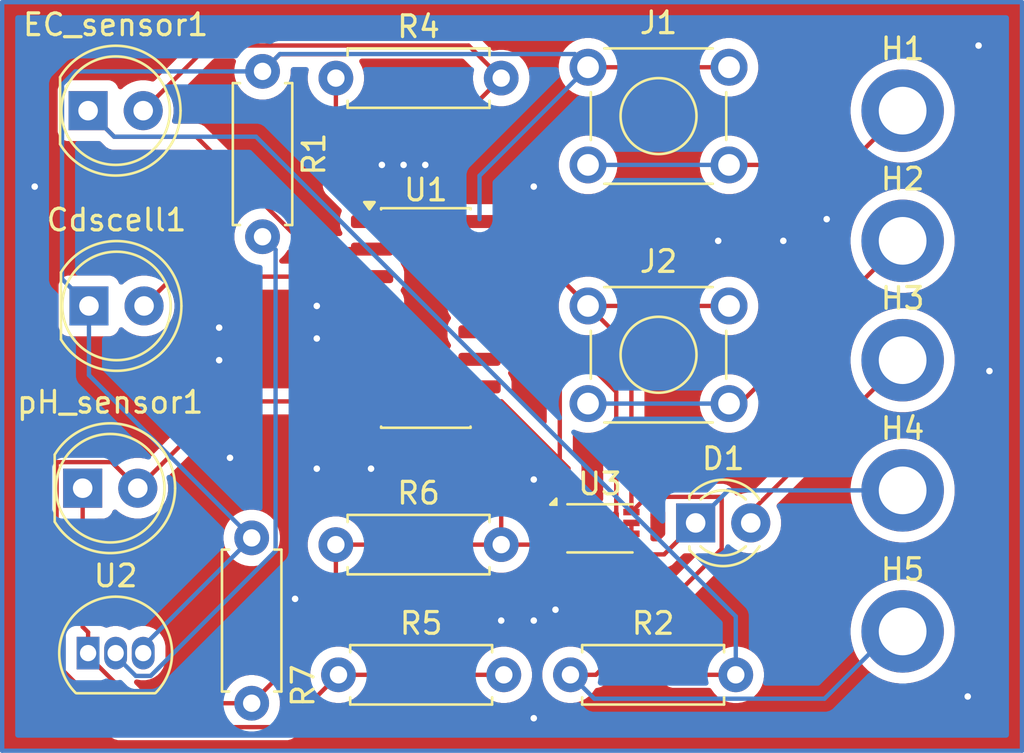
<source format=kicad_pcb>
(kicad_pcb (version 20241229) (generator "pcbnew") (generator_version "9.0")
  (layers (0 "F.Cu" signal) (2 "B.Cu" signal) (13 "F.Paste" user) (15 "B.Paste" user) (5 "F.SilkS" user "F.Silkscreen") (7 "B.SilkS" user "B.Silkscreen") (1 "F.Mask" user) (3 "B.Mask" user) (25 "Edge.Cuts" user))
  (net 0 "")
  (net 1 "Net-(U1-CH2)")
  (net 2 "Net-(J1-Pin_1)")
  (net 3 "Net-(D1-K)")
  (net 4 "Net-(D1-A)")
  (net 5 "Net-(U1-CH1)")
  (net 6 "Net-(J1-Pin_2)")
  (net 7 "Net-(J2-Pin_2)")
  (net 8 "Net-(U1-CH0)")
  (net 9 "Net-(U2-DQ)")
  (net 12 "CLK")
  (net 13 "MOSI")
  (net 14 "CE0")
  (net 18 "MISO")
  (footprint "MountingHole:MountingHole_2.2mm_M2_DIN965_Pad" (layer "F.Cu") (at 184.5 35.5)
    (property "Reference" "H1" (at 0 -2.85 0) (layer "F.SilkS"))
    (property "Value" "gpio21")
    (pad "1" thru_hole circle (at 0 0) (size 3.8 3.8) (drill 2.2) (layers "*.Cu" "*.Mask") (net 6 "Net-(J1-Pin_2)"))
  )
  (footprint "MountingHole:MountingHole_2.2mm_M2_DIN965_Pad" (layer "F.Cu") (at 184.5 41.5)
    (property "Reference" "H2" (at 0 -2.85 0) (layer "F.SilkS"))
    (property "Value" "gpio20")
    (pad "1" thru_hole circle (at 0 0) (size 3.8 3.8) (drill 2.2) (layers "*.Cu" "*.Mask") (net 7 "Net-(J2-Pin_2)"))
  )
  (footprint "Package_SO:SOIC-16_3.9x9.9mm_P1.27mm" (layer "F.Cu") (at 162.525 45.055)
    (property "Reference" "U1" (at 0 -5.9 0) (layer "F.SilkS"))
    (property "Value" "MCP3208")
    (fp_line (start -2.06 -5.06) (end 2.06 -5.06) (stroke (width 0.12)) (layer "F.SilkS"))
    (fp_line (start -2.06 -5.005) (end -2.06 -5.06) (stroke (width 0.12)) (layer "F.SilkS"))
    (fp_line (start -2.06 5.06) (end -2.06 5.005) (stroke (width 0.12)) (layer "F.SilkS"))
    (fp_line (start 2.06 -5.06) (end 2.06 -5.005) (stroke (width 0.12)) (layer "F.SilkS"))
    (fp_line (start 2.06 5.005) (end 2.06 5.06) (stroke (width 0.12)) (layer "F.SilkS"))
    (fp_line (start 2.06 5.06) (end -2.06 5.06) (stroke (width 0.12)) (layer "F.SilkS"))
    (fp_poly (pts (xy -2.6 -5.01) (xy -2.84 -5.34) (xy -2.36 -5.34)) (stroke (width 0.12)) (fill yes) (layer "F.SilkS"))
    (pad "1" smd roundrect (at -2.475 -4.445) (size 1.95 0.6) (layers "F.Cu" "F.Mask" "F.Paste") (net 8 "Net-(U1-CH0)"))
    (pad "2" smd roundrect (at -2.475 -3.175) (size 1.95 0.6) (layers "F.Cu" "F.Mask" "F.Paste") (net 5 "Net-(U1-CH1)"))
    (pad "3" smd roundrect (at -2.475 -1.905) (size 1.95 0.6) (layers "F.Cu" "F.Mask" "F.Paste") (net 1 "Net-(U1-CH2)"))
    (pad "4" smd roundrect (at -2.475 -0.635) (size 1.95 0.6) (layers "F.Cu" "F.Mask" "F.Paste"))
    (pad "5" smd roundrect (at -2.475 0.635) (size 1.95 0.6) (layers "F.Cu" "F.Mask" "F.Paste"))
    (pad "6" smd roundrect (at -2.475 1.905) (size 1.95 0.6) (layers "F.Cu" "F.Mask" "F.Paste"))
    (pad "7" smd roundrect (at -2.475 3.175) (size 1.95 0.6) (layers "F.Cu" "F.Mask" "F.Paste"))
    (pad "8" smd roundrect (at -2.475 4.445) (size 1.95 0.6) (layers "F.Cu" "F.Mask" "F.Paste"))
    (pad "9" smd roundrect (at 2.475 4.445) (size 1.95 0.6) (layers "F.Cu" "F.Mask" "F.Paste") (net 3 "Net-(D1-K)"))
    (pad "10" smd roundrect (at 2.475 3.175) (size 1.95 0.6) (layers "F.Cu" "F.Mask" "F.Paste") (net 14 "CE0"))
    (pad "11" smd roundrect (at 2.475 1.905) (size 1.95 0.6) (layers "F.Cu" "F.Mask" "F.Paste") (net 13 "MOSI"))
    (pad "12" smd roundrect (at 2.475 0.635) (size 1.95 0.6) (layers "F.Cu" "F.Mask" "F.Paste") (net 18 "MISO"))
    (pad "13" smd roundrect (at 2.475 -0.635) (size 1.95 0.6) (layers "F.Cu" "F.Mask" "F.Paste") (net 12 "CLK"))
    (pad "14" smd roundrect (at 2.475 -1.905) (size 1.95 0.6) (layers "F.Cu" "F.Mask" "F.Paste") (net 3 "Net-(D1-K)"))
    (pad "15" smd roundrect (at 2.475 -3.175) (size 1.95 0.6) (layers "F.Cu" "F.Mask" "F.Paste") (net 2 "Net-(J1-Pin_1)"))
    (pad "16" smd roundrect (at 2.475 -4.445) (size 1.95 0.6) (layers "F.Cu" "F.Mask" "F.Paste") (net 2 "Net-(J1-Pin_1)"))
  )
  (footprint "Button_Switch_THT:SW_TH_Tactile_Omron_B3F-107x" (layer "F.Cu") (at 170 33.5)
    (property "Reference" "J1" (at 3.25 -2.05 0) (layer "F.SilkS"))
    (property "Value" "Conn_02x01")
    (fp_line (start 0.13 3.35) (end 0.13 1.15) (stroke (width 0.12)) (layer "F.SilkS"))
    (fp_line (start 0.75 -0.87) (end 5.75 -0.87) (stroke (width 0.12)) (layer "F.SilkS"))
    (fp_line (start 0.75 5.37) (end 5.75 5.37) (stroke (width 0.12)) (layer "F.SilkS"))
    (fp_line (start 6.37 1.15) (end 6.37 3.35) (stroke (width 0.12)) (layer "F.SilkS"))
    (fp_circle (center 3.25 2.25) (end 5 2.25) (stroke (width 0.12)) (fill no) (layer "F.SilkS"))
    (pad "1" thru_hole circle (at 0 0) (size 1.7 1.7) (drill 1) (layers "*.Cu" "*.Mask") (net 2 "Net-(J1-Pin_1)"))
    (pad "1" thru_hole circle (at 6.5 0) (size 1.7 1.7) (drill 1) (layers "*.Cu" "*.Mask") (net 2 "Net-(J1-Pin_1)"))
    (pad "2" thru_hole circle (at 0 4.5) (size 1.7 1.7) (drill 1) (layers "*.Cu" "*.Mask") (net 6 "Net-(J1-Pin_2)"))
    (pad "2" thru_hole circle (at 6.5 4.5) (size 1.7 1.7) (drill 1) (layers "*.Cu" "*.Mask") (net 6 "Net-(J1-Pin_2)"))
  )
  (footprint "Package_TO_SOT_THT:TO-92_Inline" (layer "F.Cu") (at 146.96 60.5)
    (property "Reference" "U2" (at 1.27 -3.56 0) (layer "F.SilkS"))
    (property "Value" "DS18B20")
    (fp_line (start -0.53 1.85) (end 3.07 1.85) (stroke (width 0.12)) (layer "F.SilkS"))
    (fp_arc (start -0.568478 1.838478) (mid -1.132087 -0.994977) (end 1.27 -2.6) (stroke (width 0.12)) (layer "F.SilkS"))
    (fp_arc (start 1.27 -2.6) (mid 3.672087 -0.994977) (end 3.108478 1.838478) (stroke (width 0.12)) (layer "F.SilkS"))
    (pad "1" thru_hole rect (at 0 0) (size 1.05 1.5) (drill 0.75) (layers "*.Cu" "*.Mask") (net 3 "Net-(D1-K)"))
    (pad "2" thru_hole oval (at 1.27 0) (size 1.05 1.5) (drill 0.75) (layers "*.Cu" "*.Mask") (net 9 "Net-(U2-DQ)"))
    (pad "3" thru_hole oval (at 2.54 0) (size 1.05 1.5) (drill 0.75) (layers "*.Cu" "*.Mask") (net 2 "Net-(J1-Pin_1)"))
  )
  (footprint "Resistor_THT:R_Axial_DIN0207_L6.3mm_D2.5mm_P7.62mm_Horizontal" (layer "F.Cu") (at 154.5 55.19 -90)
    (property "Reference" "R7" (at 6.81 -2.37 90) (layer "F.SilkS"))
    (property "Value" "10k")
    (fp_line (start 0.54 1.37) (end 7.08 1.37) (stroke (width 0.12)) (layer "F.SilkS"))
    (fp_line (start 7.08 1.37) (end 7.08 1.04) (stroke (width 0.12)) (layer "F.SilkS"))
    (fp_line (start 0.54 1.04) (end 0.54 1.37) (stroke (width 0.12)) (layer "F.SilkS"))
    (fp_line (start 0.54 -1.04) (end 0.54 -1.37) (stroke (width 0.12)) (layer "F.SilkS"))
    (fp_line (start 0.54 -1.37) (end 7.08 -1.37) (stroke (width 0.12)) (layer "F.SilkS"))
    (fp_line (start 7.08 -1.37) (end 7.08 -1.04) (stroke (width 0.12)) (layer "F.SilkS"))
    (pad "1" thru_hole circle (at 0 0 270) (size 1.6 1.6) (drill 0.8) (layers "*.Cu" "*.Mask") (net 2 "Net-(J1-Pin_1)"))
    (pad "2" thru_hole circle (at 7.62 0 270) (size 1.6 1.6) (drill 0.8) (layers "*.Cu" "*.Mask") (net 3 "Net-(D1-K)"))
  )
  (footprint "Resistor_THT:R_Axial_DIN0207_L6.3mm_D2.5mm_P7.62mm_Horizontal" (layer "F.Cu") (at 158.5 61.5)
    (property "Reference" "R5" (at 3.81 -2.37 0) (layer "F.SilkS"))
    (property "Value" "1M")
    (fp_line (start 0.54 -1.37) (end 7.08 -1.37) (stroke (width 0.12)) (layer "F.SilkS"))
    (fp_line (start 0.54 -1.04) (end 0.54 -1.37) (stroke (width 0.12)) (layer "F.SilkS"))
    (fp_line (start 0.54 1.04) (end 0.54 1.37) (stroke (width 0.12)) (layer "F.SilkS"))
    (fp_line (start 0.54 1.37) (end 7.08 1.37) (stroke (width 0.12)) (layer "F.SilkS"))
    (fp_line (start 7.08 -1.37) (end 7.08 -1.04) (stroke (width 0.12)) (layer "F.SilkS"))
    (fp_line (start 7.08 1.37) (end 7.08 1.04) (stroke (width 0.12)) (layer "F.SilkS"))
    (pad "1" thru_hole circle (at 0 0) (size 1.6 1.6) (drill 0.8) (layers "*.Cu" "*.Mask") (net 8 "Net-(U1-CH0)"))
    (pad "2" thru_hole circle (at 7.62 0) (size 1.6 1.6) (drill 0.8) (layers "*.Cu" "*.Mask") (net 8 "Net-(U1-CH0)"))
  )
  (footprint "Resistor_THT:R_Axial_DIN0207_L6.3mm_D2.5mm_P7.62mm_Horizontal" (layer "F.Cu") (at 155 33.69 -90)
    (property "Reference" "R1" (at 3.81 -2.37 90) (layer "F.SilkS"))
    (property "Value" "10k")
    (fp_line (start 0.54 1.37) (end 7.08 1.37) (stroke (width 0.12)) (layer "F.SilkS"))
    (fp_line (start 7.08 1.37) (end 7.08 1.04) (stroke (width 0.12)) (layer "F.SilkS"))
    (fp_line (start 0.54 1.04) (end 0.54 1.37) (stroke (width 0.12)) (layer "F.SilkS"))
    (fp_line (start 0.54 -1.04) (end 0.54 -1.37) (stroke (width 0.12)) (layer "F.SilkS"))
    (fp_line (start 0.54 -1.37) (end 7.08 -1.37) (stroke (width 0.12)) (layer "F.SilkS"))
    (fp_line (start 7.08 -1.37) (end 7.08 -1.04) (stroke (width 0.12)) (layer "F.SilkS"))
    (pad "1" thru_hole circle (at 0 0 270) (size 1.6 1.6) (drill 0.8) (layers "*.Cu" "*.Mask") (net 2 "Net-(J1-Pin_1)"))
    (pad "2" thru_hole circle (at 7.62 0 270) (size 1.6 1.6) (drill 0.8) (layers "*.Cu" "*.Mask") (net 9 "Net-(U2-DQ)"))
  )
  (footprint "LED_THT:LED_D3.0mm" (layer "F.Cu") (at 174.96 54.5)
    (property "Reference" "D1" (at 1.27 -2.96 0) (layer "F.SilkS"))
    (property "Value" "LED")
    (fp_line (start -0.29 -1.236) (end -0.29 -1.08) (stroke (width 0.12)) (layer "F.SilkS"))
    (fp_line (start -0.29 1.08) (end -0.29 1.236) (stroke (width 0.12)) (layer "F.SilkS"))
    (fp_arc (start -0.29 -1.235516) (mid 1.36566 -1.987699) (end 2.941437 -1.08) (stroke (width 0.12)) (layer "F.SilkS"))
    (fp_arc (start 0.229039 -1.08) (mid 1.27 -1.5) (end 2.310961 -1.08) (stroke (width 0.12)) (layer "F.SilkS"))
    (fp_arc (start 2.310961 1.08) (mid 1.27 1.5) (end 0.229039 1.08) (stroke (width 0.12)) (layer "F.SilkS"))
    (fp_arc (start 2.941437 1.08) (mid 1.36566 1.987699) (end -0.29 1.235516) (stroke (width 0.12)) (layer "F.SilkS"))
    (pad "1" thru_hole rect (at 0 0) (size 1.8 1.8) (drill 0.9) (layers "*.Cu" "*.Mask") (net 3 "Net-(D1-K)"))
    (pad "2" thru_hole circle (at 2.54 0) (size 1.8 1.8) (drill 0.9) (layers "*.Cu" "*.Mask") (net 4 "Net-(D1-A)"))
  )
  (footprint "Resistor_THT:R_Axial_DIN0207_L6.3mm_D2.5mm_P7.62mm_Horizontal" (layer "F.Cu") (at 169.19 61.5)
    (property "Reference" "R2" (at 3.81 -2.37 0) (layer "F.SilkS"))
    (property "Value" "1k")
    (fp_line (start 0.54 -1.37) (end 7.08 -1.37) (stroke (width 0.12)) (layer "F.SilkS"))
    (fp_line (start 0.54 -1.04) (end 0.54 -1.37) (stroke (width 0.12)) (layer "F.SilkS"))
    (fp_line (start 0.54 1.04) (end 0.54 1.37) (stroke (width 0.12)) (layer "F.SilkS"))
    (fp_line (start 0.54 1.37) (end 7.08 1.37) (stroke (width 0.12)) (layer "F.SilkS"))
    (fp_line (start 7.08 -1.37) (end 7.08 -1.04) (stroke (width 0.12)) (layer "F.SilkS"))
    (fp_line (start 7.08 1.37) (end 7.08 1.04) (stroke (width 0.12)) (layer "F.SilkS"))
    (pad "1" thru_hole circle (at 0 0) (size 1.6 1.6) (drill 0.8) (layers "*.Cu" "*.Mask") (net 2 "Net-(J1-Pin_1)"))
    (pad "2" thru_hole circle (at 7.62 0) (size 1.6 1.6) (drill 0.8) (layers "*.Cu" "*.Mask") (net 5 "Net-(U1-CH1)"))
  )
  (footprint "Resistor_THT:R_Axial_DIN0207_L6.3mm_D2.5mm_P7.62mm_Horizontal" (layer "F.Cu") (at 158.38 34)
    (property "Reference" "R4" (at 3.81 -2.37 0) (layer "F.SilkS"))
    (property "Value" "510")
    (fp_line (start 0.54 -1.37) (end 7.08 -1.37) (stroke (width 0.12)) (layer "F.SilkS"))
    (fp_line (start 0.54 -1.04) (end 0.54 -1.37) (stroke (width 0.12)) (layer "F.SilkS"))
    (fp_line (start 0.54 1.04) (end 0.54 1.37) (stroke (width 0.12)) (layer "F.SilkS"))
    (fp_line (start 0.54 1.37) (end 7.08 1.37) (stroke (width 0.12)) (layer "F.SilkS"))
    (fp_line (start 7.08 -1.37) (end 7.08 -1.04) (stroke (width 0.12)) (layer "F.SilkS"))
    (fp_line (start 7.08 1.37) (end 7.08 1.04) (stroke (width 0.12)) (layer "F.SilkS"))
    (pad "1" thru_hole circle (at 0 0) (size 1.6 1.6) (drill 0.8) (layers "*.Cu" "*.Mask") (net 8 "Net-(U1-CH0)"))
    (pad "2" thru_hole circle (at 7.62 0) (size 1.6 1.6) (drill 0.8) (layers "*.Cu" "*.Mask") (net 3 "Net-(D1-K)"))
  )
  (footprint "Package_DFN_QFN:DFN-8-1EP_3x2mm_P0.5mm_EP1.75x1.45mm" (layer "F.Cu") (at 170.55 54.75)
    (property "Reference" "U3" (at 0 -2.05 0) (layer "F.SilkS"))
    (property "Value" "MCP6002-xMC")
    (fp_line (start -1.5 -1.11) (end 1.5 -1.11) (stroke (width 0.12)) (layer "F.SilkS"))
    (fp_line (start -1.5 1.11) (end 1.5 1.11) (stroke (width 0.12)) (layer "F.SilkS"))
    (fp_poly (pts (xy -2.01 -1.09) (xy -2.29 -1.09) (xy -2.01 -1.37) (xy -2.01 -1.09)) (stroke (width 0.12)) (fill yes) (layer "F.SilkS"))
    (pad "1" smd rect (at -1.45 -0.75) (size 0.75 0.3) (layers "F.Cu" "F.Mask" "F.Paste") (net 8 "Net-(U1-CH0)"))
    (pad "2" smd rect (at -1.45 -0.25) (size 0.75 0.3) (layers "F.Cu" "F.Mask" "F.Paste") (net 8 "Net-(U1-CH0)"))
    (pad "3" smd rect (at -1.45 0.25) (size 0.75 0.3) (layers "F.Cu" "F.Mask" "F.Paste"))
    (pad "4" smd rect (at -1.45 0.75) (size 0.75 0.3) (layers "F.Cu" "F.Mask" "F.Paste") (net 3 "Net-(D1-K)"))
    (pad "5" smd rect (at 1.45 0.75) (size 0.75 0.3) (layers "F.Cu" "F.Mask" "F.Paste"))
    (pad "6" smd rect (at 1.45 0.25) (size 0.75 0.3) (layers "F.Cu" "F.Mask" "F.Paste"))
    (pad "7" smd rect (at 1.45 -0.25) (size 0.75 0.3) (layers "F.Cu" "F.Mask" "F.Paste"))
    (pad "8" smd rect (at 1.45 -0.75) (size 0.75 0.3) (layers "F.Cu" "F.Mask" "F.Paste") (net 2 "Net-(J1-Pin_1)"))
    (pad "9" smd rect (at 0 0) (size 1.75 1.45) (layers "F.Cu" "F.Mask") (net 3 "Net-(D1-K)"))
  )
  (footprint "MountingHole:MountingHole_2.2mm_M2_DIN965_Pad" (layer "F.Cu") (at 184.5 47)
    (property "Reference" "H3" (at 0 -2.85 0) (layer "F.SilkS"))
    (property "Value" "gpio16")
    (pad "1" thru_hole circle (at 0 0) (size 3.8 3.8) (drill 2.2) (layers "*.Cu" "*.Mask") (net 4 "Net-(D1-A)"))
  )
  (footprint "Resistor_THT:R_Axial_DIN0207_L6.3mm_D2.5mm_P7.62mm_Horizontal" (layer "F.Cu") (at 158.38 55.5)
    (property "Reference" "R6" (at 3.81 -2.37 0) (layer "F.SilkS"))
    (property "Value" "10k")
    (fp_line (start 0.54 -1.37) (end 7.08 -1.37) (stroke (width 0.12)) (layer "F.SilkS"))
    (fp_line (start 0.54 -1.04) (end 0.54 -1.37) (stroke (width 0.12)) (layer "F.SilkS"))
    (fp_line (start 0.54 1.04) (end 0.54 1.37) (stroke (width 0.12)) (layer "F.SilkS"))
    (fp_line (start 0.54 1.37) (end 7.08 1.37) (stroke (width 0.12)) (layer "F.SilkS"))
    (fp_line (start 7.08 -1.37) (end 7.08 -1.04) (stroke (width 0.12)) (layer "F.SilkS"))
    (fp_line (start 7.08 1.37) (end 7.08 1.04) (stroke (width 0.12)) (layer "F.SilkS"))
    (pad "1" thru_hole circle (at 0 0) (size 1.6 1.6) (drill 0.8) (layers "*.Cu" "*.Mask") (net 3 "Net-(D1-K)"))
    (pad "2" thru_hole circle (at 7.62 0) (size 1.6 1.6) (drill 0.8) (layers "*.Cu" "*.Mask") (net 3 "Net-(D1-K)"))
  )
  (footprint "LED_THT:LED_D5.0mm" (layer "F.Cu") (at 147 44.5)
    (property "Reference" "Cdscell1" (at 1.27 -3.96 0) (layer "F.SilkS"))
    (property "Value" "R")
    (fp_line (start -1.29 -1.545) (end -1.29 1.545) (stroke (width 0.12)) (layer "F.SilkS"))
    (fp_arc (start -1.29 -1.54483) (mid 2.071779 -2.880495) (end 4.26 0) (stroke (width 0.12)) (layer "F.SilkS"))
    (fp_arc (start 4.26 0) (mid 2.071779 2.880495) (end -1.29 1.54483) (stroke (width 0.12)) (layer "F.SilkS"))
    (fp_circle (center 1.27 0) (end 3.77 0) (stroke (width 0.12)) (fill no) (layer "F.SilkS"))
    (pad "1" thru_hole rect (at 0 0) (size 1.8 1.8) (drill 0.9) (layers "*.Cu" "*.Mask") (net 2 "Net-(J1-Pin_1)"))
    (pad "2" thru_hole circle (at 2.54 0) (size 1.8 1.8) (drill 0.9) (layers "*.Cu" "*.Mask") (net 1 "Net-(U1-CH2)"))
  )
  (footprint "Button_Switch_THT:SW_TH_Tactile_Omron_B3F-107x" (layer "F.Cu") (at 170 44.5)
    (property "Reference" "J2" (at 3.25 -2.05 0) (layer "F.SilkS"))
    (property "Value" "Conn_02x02_Top_Bottom")
    (fp_line (start 0.13 3.35) (end 0.13 1.15) (stroke (width 0.12)) (layer "F.SilkS"))
    (fp_line (start 0.75 -0.87) (end 5.75 -0.87) (stroke (width 0.12)) (layer "F.SilkS"))
    (fp_line (start 0.75 5.37) (end 5.75 5.37) (stroke (width 0.12)) (layer "F.SilkS"))
    (fp_line (start 6.37 1.15) (end 6.37 3.35) (stroke (width 0.12)) (layer "F.SilkS"))
    (fp_circle (center 3.25 2.25) (end 5 2.25) (stroke (width 0.12)) (fill no) (layer "F.SilkS"))
    (pad "1" thru_hole circle (at 0 0) (size 1.7 1.7) (drill 1) (layers "*.Cu" "*.Mask") (net 2 "Net-(J1-Pin_1)"))
    (pad "1" thru_hole circle (at 6.5 0) (size 1.7 1.7) (drill 1) (layers "*.Cu" "*.Mask") (net 2 "Net-(J1-Pin_1)"))
    (pad "2" thru_hole circle (at 0 4.5) (size 1.7 1.7) (drill 1) (layers "*.Cu" "*.Mask") (net 7 "Net-(J2-Pin_2)"))
    (pad "2" thru_hole circle (at 6.5 4.5) (size 1.7 1.7) (drill 1) (layers "*.Cu" "*.Mask") (net 7 "Net-(J2-Pin_2)"))
  )
  (footprint "MountingHole:MountingHole_2.2mm_M2_DIN965_Pad" (layer "F.Cu") (at 184.5 53)
    (property "Reference" "H4" (at 0 -2.85 0) (layer "F.SilkS"))
    (property "Value" "GND")
    (pad "1" thru_hole circle (at 0 0) (size 3.8 3.8) (drill 2.2) (layers "*.Cu" "*.Mask") (net 3 "Net-(D1-K)"))
  )
  (footprint "LED_THT:LED_D5.0mm" (layer "F.Cu") (at 146.96 35.5)
    (property "Reference" "EC_sensor1" (at 1.27 -3.96 0) (layer "F.SilkS"))
    (property "Value" "R")
    (fp_line (start -1.29 -1.545) (end -1.29 1.545) (stroke (width 0.12)) (layer "F.SilkS"))
    (fp_arc (start -1.29 -1.54483) (mid 2.071779 -2.880495) (end 4.26 0) (stroke (width 0.12)) (layer "F.SilkS"))
    (fp_arc (start 4.26 0) (mid 2.071779 2.880495) (end -1.29 1.54483) (stroke (width 0.12)) (layer "F.SilkS"))
    (fp_circle (center 1.27 0) (end 3.77 0) (stroke (width 0.12)) (fill no) (layer "F.SilkS"))
    (pad "1" thru_hole rect (at 0 0) (size 1.8 1.8) (drill 0.9) (layers "*.Cu" "*.Mask") (net 5 "Net-(U1-CH1)"))
    (pad "2" thru_hole circle (at 2.54 0) (size 1.8 1.8) (drill 0.9) (layers "*.Cu" "*.Mask") (net 3 "Net-(D1-K)"))
  )
  (footprint "MountingHole:MountingHole_2.2mm_M2_DIN965_Pad" (layer "F.Cu") (at 184.5 59.5)
    (property "Reference" "H5" (at 0 -2.85 0) (layer "F.SilkS"))
    (property "Value" "3.3V")
    (pad "1" thru_hole circle (at 0 0) (size 3.8 3.8) (drill 2.2) (layers "*.Cu" "*.Mask") (net 2 "Net-(J1-Pin_1)"))
  )
  (footprint "LED_THT:LED_D5.0mm" (layer "F.Cu") (at 146.71 52.9)
    (property "Reference" "pH_sensor1" (at 1.27 -3.96 0) (layer "F.SilkS"))
    (property "Value" "R")
    (fp_line (start -1.29 -1.545) (end -1.29 1.545) (stroke (width 0.12)) (layer "F.SilkS"))
    (fp_arc (start -1.29 -1.54483) (mid 2.071779 -2.880495) (end 4.26 0) (stroke (width 0.12)) (layer "F.SilkS"))
    (fp_arc (start 4.26 0) (mid 2.071779 2.880495) (end -1.29 1.54483) (stroke (width 0.12)) (layer "F.SilkS"))
    (fp_circle (center 1.27 0) (end 3.77 0) (stroke (width 0.12)) (fill no) (layer "F.SilkS"))
    (pad "1" thru_hole rect (at 0 0) (size 1.8 1.8) (drill 0.9) (layers "*.Cu" "*.Mask") (net 3 "Net-(D1-K)"))
    (pad "2" thru_hole circle (at 2.54 0) (size 1.8 1.8) (drill 0.9) (layers "*.Cu" "*.Mask") (net 8 "Net-(U1-CH0)"))
  )
  (gr_line (start 143 30.5) (end 190 30.5) (stroke (width 0.2)) (layer "B.Cu"))
  (gr_line (start 143 65) (end 143 30.5) (stroke (width 0.2)) (layer "B.Cu"))
  (gr_line (start 190 65) (end 143 65) (stroke (width 0.2)) (layer "B.Cu"))
  (gr_line (start 190 30.5) (end 190 65) (stroke (width 0.2)) (layer "B.Cu"))
  (segment (start 172 54.5) (end 172 55) (width 0.2) (layer "F.Cu") (net 0))
  (segment (start 172 55.5) (end 172 55) (width 0.2) (layer "F.Cu") (net 0))
  (via (at 160.5 38) (size 0.6) (drill 0.3) (layers "F.Cu" "B.Cu") (net 0))
  (via (at 153 45.5) (size 0.6) (drill 0.3) (layers "F.Cu" "B.Cu") (net 0))
  (via (at 176 41.5) (size 0.6) (drill 0.3) (layers "F.Cu" "B.Cu") (net 0))
  (via (at 156.5 58) (size 0.6) (drill 0.3) (layers "F.Cu" "B.Cu") (net 0))
  (via (at 157.5 44.5) (size 0.6) (drill 0.3) (layers "F.Cu" "B.Cu") (net 0))
  (via (at 167.5 52.5) (size 0.6) (drill 0.3) (layers "F.Cu" "B.Cu") (net 0))
  (via (at 168.5 58.5) (size 0.6) (drill 0.3) (layers "F.Cu" "B.Cu") (net 0))
  (via (at 157.5 52) (size 0.6) (drill 0.3) (layers "F.Cu" "B.Cu") (net 0))
  (via (at 188.5 47.5) (size 0.6) (drill 0.3) (layers "F.Cu" "B.Cu") (net 0))
  (via (at 167.5 63.5) (size 0.6) (drill 0.3) (layers "F.Cu" "B.Cu") (net 0))
  (via (at 188 32.5) (size 0.6) (drill 0.3) (layers "F.Cu" "B.Cu") (net 0))
  (via (at 144.5 39) (size 0.6) (drill 0.3) (layers "F.Cu" "B.Cu") (net 0))
  (via (at 162.5 38) (size 0.6) (drill 0.3) (layers "F.Cu" "B.Cu") (net 0))
  (via (at 181 40.5) (size 0.6) (drill 0.3) (layers "F.Cu" "B.Cu") (net 0))
  (via (at 166 59) (size 0.6) (drill 0.3) (layers "F.Cu" "B.Cu") (net 0))
  (via (at 187.5 62.5) (size 0.6) (drill 0.3) (layers "F.Cu" "B.Cu") (net 0))
  (via (at 153 47) (size 0.6) (drill 0.3) (layers "F.Cu" "B.Cu") (net 0))
  (via (at 161.5 38) (size 0.6) (drill 0.3) (layers "F.Cu" "B.Cu") (net 0))
  (via (at 160 52) (size 0.6) (drill 0.3) (layers "F.Cu" "B.Cu") (net 0))
  (via (at 179 41.5) (size 0.6) (drill 0.3) (layers "F.Cu" "B.Cu") (net 0))
  (via (at 167.5 39) (size 0.6) (drill 0.3) (layers "F.Cu" "B.Cu") (net 0))
  (via (at 153.5 51.5) (size 0.6) (drill 0.3) (layers "F.Cu" "B.Cu") (net 0))
  (via (at 157.5 46) (size 0.6) (drill 0.3) (layers "F.Cu" "B.Cu") (net 0))
  (via (at 167.5 59) (size 0.6) (drill 0.3) (layers "F.Cu" "B.Cu") (net 0))
  (segment (start 160.05 43.15) (end 150.89 43.15) (width 0.2) (layer "F.Cu") (net 1))
  (segment (start 150.89 43.15) (end 149.54 44.5) (width 0.2) (layer "F.Cu") (net 1))
  (segment (start 170 44.5) (end 172 46.5) (width 0.2) (layer "F.Cu") (net 2))
  (segment (start 166.11 40.61) (end 170 44.5) (width 0.2) (layer "F.Cu") (net 2))
  (segment (start 169.19 61.5) (end 170.362 61.5) (width 0.2) (layer "F.Cu") (net 2))
  (segment (start 172 46.5) (end 172 54) (width 0.2) (layer "F.Cu") (net 2))
  (segment (start 170 33.5) (end 176.5 33.5) (width 0.2) (layer "F.Cu") (net 2))
  (segment (start 172.701 53.299) (end 172 54) (width 0.2) (layer "F.Cu") (net 2))
  (segment (start 155.791 32.899) (end 155 33.69) (width 0.2) (layer "F.Cu") (net 2))
  (segment (start 170.362 61.5) (end 176.161 55.701) (width 0.2) (layer "F.Cu") (net 2))
  (segment (start 170 44.5) (end 167.38 41.88) (width 0.2) (layer "F.Cu") (net 2))
  (segment (start 158.83605 32.899) (end 155.791 32.899) (width 0.2) (layer "F.Cu") (net 2))
  (segment (start 176.161 53.299) (end 172.701 53.299) (width 0.2) (layer "F.Cu") (net 2))
  (segment (start 167.38 41.88) (end 165 41.88) (width 0.2) (layer "F.Cu") (net 2))
  (segment (start 170 44.5) (end 176.5 44.5) (width 0.2) (layer "F.Cu") (net 2))
  (segment (start 176.161 55.701) (end 176.161 53.299) (width 0.2) (layer "F.Cu") (net 2))
  (segment (start 165 40.61) (end 166.11 40.61) (width 0.2) (layer "F.Cu") (net 2))
  (segment (start 184.5 59.5) (end 184 59.5) (width 0.2) (layer "B.Cu") (net 2))
  (segment (start 146.368 33.69) (end 155 33.69) (width 0.2) (layer "B.Cu") (net 2))
  (segment (start 145.759 43.259) (end 145.759 34.299) (width 0.2) (layer "B.Cu") (net 2))
  (segment (start 180.899 62.601) (end 170.291 62.601) (width 0.2) (layer "B.Cu") (net 2))
  (segment (start 155 33.69) (end 155.799999 32.890001) (width 0.2) (layer "B.Cu") (net 2))
  (segment (start 165 38.5) (end 165 40.5) (width 0.2) (layer "B.Cu") (net 2))
  (segment (start 170 33.5) (end 165 38.5) (width 0.2) (layer "B.Cu") (net 2))
  (segment (start 170.291 62.601) (end 169.19 61.5) (width 0.2) (layer "B.Cu") (net 2))
  (segment (start 147 44.5) (end 147 47.69) (width 0.2) (layer "B.Cu") (net 2))
  (segment (start 145.759 34.299) (end 146.368 33.69) (width 0.2) (layer "B.Cu") (net 2))
  (segment (start 147 47.69) (end 154.5 55.19) (width 0.2) (layer "B.Cu") (net 2))
  (segment (start 155.799999 32.890001) (end 169.390001 32.890001) (width 0.2) (layer "B.Cu") (net 2))
  (segment (start 184 59.5) (end 180.899 62.601) (width 0.2) (layer "B.Cu") (net 2))
  (segment (start 169.390001 32.890001) (end 170 33.5) (width 0.2) (layer "B.Cu") (net 2))
  (segment (start 149.5 60.19) (end 149.5 60.5) (width 0.2) (layer "B.Cu") (net 2))
  (segment (start 154.5 55.19) (end 149.5 60.19) (width 0.2) (layer "B.Cu") (net 2))
  (segment (start 147 44.5) (end 145.759 43.259) (width 0.2) (layer "B.Cu") (net 2))
  (segment (start 169.849 55.451) (end 168.424 55.451) (width 0.2) (layer "F.Cu") (net 3))
  (segment (start 164.025001 43.15) (end 163.724 42.848999) (width 0.2) (layer "F.Cu") (net 3))
  (segment (start 154.5 62.81) (end 149.14686 62.81) (width 0.2) (layer "F.Cu") (net 3))
  (segment (start 165.989892 43.15) (end 171.301 48.461108) (width 0.2) (layer "F.Cu") (net 3))
  (segment (start 163.724 42.848999) (end 163.724 36.276) (width 0.2) (layer "F.Cu") (net 3))
  (segment (start 168.424 55.451) (end 165 52.027) (width 0.2) (layer "F.Cu") (net 3))
  (segment (start 158.38 55.5) (end 158.38 58.93) (width 0.2) (layer "F.Cu") (net 3))
  (segment (start 170.55 54.75) (end 169.849 55.451) (width 0.2) (layer "F.Cu") (net 3))
  (segment (start 152.502 32.498) (end 164.498 32.498) (width 0.2) (layer "F.Cu") (net 3))
  (segment (start 146.96 60.5) (end 146.96 59.54) (width 0.2) (layer "F.Cu") (net 3))
  (segment (start 146.96 60.62314) (end 146.96 60.5) (width 0.2) (layer "F.Cu") (net 3))
  (segment (start 163.724 36.276) (end 166 34) (width 0.2) (layer "F.Cu") (net 3))
  (segment (start 170.55 55.177) (end 171.324 55.951) (width 0.2) (layer "F.Cu") (net 3))
  (segment (start 165 52.027) (end 165 49.5) (width 0.2) (layer "F.Cu") (net 3))
  (segment (start 171.324 55.951) (end 173.509 55.951) (width 0.2) (layer "F.Cu") (net 3))
  (segment (start 166 50.5) (end 166 55.5) (width 0.2) (layer "F.Cu") (net 3))
  (segment (start 169.8 55.5) (end 170.55 54.75) (width 0.2) (layer "F.Cu") (net 3))
  (segment (start 165 49.5) (end 166 50.5) (width 0.2) (layer "F.Cu") (net 3))
  (segment (start 165 43.15) (end 165.989892 43.15) (width 0.2) (layer "F.Cu") (net 3))
  (segment (start 173.509 55.951) (end 174.96 54.5) (width 0.2) (layer "F.Cu") (net 3))
  (segment (start 170.55 54.75) (end 170.55 55.177) (width 0.2) (layer "F.Cu") (net 3))
  (segment (start 146.71 59.29) (end 146.71 52.9) (width 0.2) (layer "F.Cu") (net 3))
  (segment (start 166 55.5) (end 158.38 55.5) (width 0.2) (layer "F.Cu") (net 3))
  (segment (start 149.14686 62.81) (end 146.96 60.62314) (width 0.2) (layer "F.Cu") (net 3))
  (segment (start 169.1 55.5) (end 166 55.5) (width 0.2) (layer "F.Cu") (net 3))
  (segment (start 171.301 53.999) (end 170.55 54.75) (width 0.2) (layer "F.Cu") (net 3))
  (segment (start 164.498 32.498) (end 166 34) (width 0.2) (layer "F.Cu") (net 3))
  (segment (start 169.1 55.5) (end 169.8 55.5) (width 0.2) (layer "F.Cu") (net 3))
  (segment (start 158.38 58.93) (end 154.5 62.81) (width 0.2) (layer "F.Cu") (net 3))
  (segment (start 165 43.15) (end 164.025001 43.15) (width 0.2) (layer "F.Cu") (net 3))
  (segment (start 171.301 48.461108) (end 171.301 53.999) (width 0.2) (layer "F.Cu") (net 3))
  (segment (start 149.5 35.5) (end 152.502 32.498) (width 0.2) (layer "F.Cu") (net 3))
  (segment (start 146.96 59.54) (end 146.71 59.29) (width 0.2) (layer "F.Cu") (net 3))
  (segment (start 184.5 53) (end 176.46 53) (width 0.2) (layer "B.Cu") (net 3))
  (segment (start 176.46 53) (end 174.96 54.5) (width 0.2) (layer "B.Cu") (net 3))
  (segment (start 177.5 54) (end 177.5 54.5) (width 0.2) (layer "F.Cu") (net 4))
  (segment (start 184.5 47) (end 177.5 54) (width 0.2) (layer "F.Cu") (net 4))
  (segment (start 160.05 41.88) (end 160.396968 41.88) (width 0.2) (layer "F.Cu") (net 5))
  (segment (start 157.12705 41.88) (end 151.94805 36.701) (width 0.2) (layer "F.Cu") (net 5))
  (segment (start 148.161 36.701) (end 146.96 35.5) (width 0.2) (layer "F.Cu") (net 5))
  (segment (start 173.973 61.5) (end 176.81 61.5) (width 0.2) (layer "F.Cu") (net 5))
  (segment (start 151.94805 36.701) (end 148.161 36.701) (width 0.2) (layer "F.Cu") (net 5))
  (segment (start 160.05 41.88) (end 157.12705 41.88) (width 0.2) (layer "F.Cu") (net 5))
  (segment (start 154.701 36.701) (end 148.161 36.701) (width 0.2) (layer "B.Cu") (net 5))
  (segment (start 176.81 58.81) (end 154.701 36.701) (width 0.2) (layer "B.Cu") (net 5))
  (segment (start 148.161 36.701) (end 146.96 35.5) (width 0.2) (layer "B.Cu") (net 5))
  (segment (start 176.81 61.5) (end 176.81 58.81) (width 0.2) (layer "B.Cu") (net 5))
  (segment (start 182 38) (end 176.5 38) (width 0.2) (layer "F.Cu") (net 6))
  (segment (start 184.5 35.5) (end 182 38) (width 0.2) (layer "F.Cu") (net 6))
  (segment (start 176.5 38) (end 170 38) (width 0.2) (layer "B.Cu") (net 6))
  (segment (start 177 49) (end 176.5 49) (width 0.2) (layer "F.Cu") (net 7))
  (segment (start 184.5 41.5) (end 177 49) (width 0.2) (layer "F.Cu") (net 7))
  (segment (start 176.5 49) (end 170 49) (width 0.2) (layer "B.Cu") (net 7))
  (segment (start 145.509 61.009) (end 148.411 63.911) (width 0.2) (layer "F.Cu") (net 8))
  (segment (start 166.015968 43.819) (end 168.699 46.502032) (width 0.2) (layer "F.Cu") (net 8))
  (segment (start 149.25 52.9) (end 148.049 51.699) (width 0.2) (layer "F.Cu") (net 8))
  (segment (start 158.5 61.5) (end 166.12 61.5) (width 0.2) (layer "F.Cu") (net 8))
  (segment (start 169.1 51.983032) (end 166.015968 48.899) (width 0.2) (layer "F.Cu") (net 8))
  (segment (start 160.05 40.61) (end 160.775032 40.61) (width 0.2) (layer "F.Cu") (net 8))
  (segment (start 168.699 46.502032) (end 168.699 53.599) (width 0.2) (layer "F.Cu") (net 8))
  (segment (start 169.1 54.5) (end 169.1 51.983032) (width 0.2) (layer "F.Cu") (net 8))
  (segment (start 148.049 51.699) (end 145.509 51.699) (width 0.2) (layer "F.Cu") (net 8))
  (segment (start 148.411 63.911) (end 156.089 63.911) (width 0.2) (layer "F.Cu") (net 8))
  (segment (start 153.251 48.899) (end 149.25 52.9) (width 0.2) (layer "F.Cu") (net 8))
  (segment (start 168.699 53.599) (end 169.1 54) (width 0.2) (layer "F.Cu") (net 8))
  (segment (start 160.775032 40.61) (end 163.984032 43.819) (width 0.2) (layer "F.Cu") (net 8))
  (segment (start 163.984032 43.819) (end 166.015968 43.819) (width 0.2) (layer "F.Cu") (net 8))
  (segment (start 145.509 51.699) (end 145.509 61.009) (width 0.2) (layer "F.Cu") (net 8))
  (segment (start 156.089 63.911) (end 158.5 61.5) (width 0.2) (layer "F.Cu") (net 8))
  (segment (start 160.05 40.61) (end 158.38 38.94) (width 0.2) (layer "F.Cu") (net 8))
  (segment (start 158.38 38.94) (end 158.38 34) (width 0.2) (layer "F.Cu") (net 8))
  (segment (start 166.015968 48.899) (end 153.251 48.899) (width 0.2) (layer "F.Cu") (net 8))
  (segment (start 169.1 54) (end 169.1 54.5) (width 0.2) (layer "F.Cu") (net 8))
  (segment (start 155.601 55.79214) (end 155.601 41.911) (width 0.2) (layer "B.Cu") (net 9))
  (segment (start 149.15786 61.551) (end 149.84214 61.551) (width 0.2) (layer "B.Cu") (net 9))
  (segment (start 148.23 60.5) (end 148.23 60.62314) (width 0.2) (layer "B.Cu") (net 9))
  (segment (start 148.23 60.62314) (end 149.15786 61.551) (width 0.2) (layer "B.Cu") (net 9))
  (segment (start 149.84214 61.551) (end 155.601 55.79214) (width 0.2) (layer "B.Cu") (net 9))
  (segment (start 155.601 41.911) (end 155 41.31) (width 0.2) (layer "B.Cu") (net 9))
  (zone (net 0) (net_name "") (layer "F.Cu") (priority 1) (connect_pads (clearance 0.5)) (min_thickness 0.25) (fill yes (thermal_gap 0.5) (thermal_bridge_width 0.5) (island_removal_mode 1) (island_area_min 10))
    (polygon (pts (xy 190 30.5) (xy 190 65) (xy 143 65) (xy 143 30.5)))
  )
  (zone (net 0) (net_name "") (layer "B.Cu") (connect_pads (clearance 0.5)) (min_thickness 0.25) (fill yes (thermal_gap 0.5) (thermal_bridge_width 0.5) (island_removal_mode 1) (island_area_min 10))
    (polygon (pts (xy 190 30.5) (xy 190 65) (xy 143 65) (xy 143 30.5)))
  )
)
</source>
